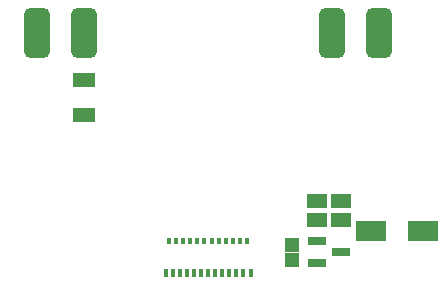
<source format=gts>
G04*
G04 #@! TF.GenerationSoftware,Altium Limited,Altium Designer,24.3.1 (35)*
G04*
G04 Layer_Color=8388736*
%FSLAX25Y25*%
%MOIN*%
G70*
G04*
G04 #@! TF.SameCoordinates,05016666-B24C-4A64-9E70-BB7523662D9D*
G04*
G04*
G04 #@! TF.FilePolarity,Negative*
G04*
G01*
G75*
%ADD22R,0.01706X0.02532*%
%ADD23R,0.01706X0.02139*%
%ADD24R,0.04737X0.05131*%
%ADD25R,0.06587X0.04816*%
%ADD26R,0.07690X0.04737*%
G04:AMPARAMS|DCode=27|XSize=86.74mil|YSize=169.42mil|CornerRadius=23.68mil|HoleSize=0mil|Usage=FLASHONLY|Rotation=0.000|XOffset=0mil|YOffset=0mil|HoleType=Round|Shape=RoundedRectangle|*
%AMROUNDEDRECTD27*
21,1,0.08674,0.12205,0,0,0.0*
21,1,0.03937,0.16942,0,0,0.0*
1,1,0.04737,0.01968,-0.06102*
1,1,0.04737,-0.01968,-0.06102*
1,1,0.04737,-0.01968,0.06102*
1,1,0.04737,0.01968,0.06102*
%
%ADD27ROUNDEDRECTD27*%
%ADD28R,0.05918X0.03162*%
%ADD29R,0.09855X0.07099*%
D22*
X70472Y2441D02*
D03*
X72835D02*
D03*
X75197D02*
D03*
X77559D02*
D03*
X79921D02*
D03*
X82284D02*
D03*
X84646D02*
D03*
X87008D02*
D03*
X89370D02*
D03*
X91732D02*
D03*
X94095D02*
D03*
X96457D02*
D03*
X98819D02*
D03*
D23*
X71653Y13307D02*
D03*
X74016D02*
D03*
X76378D02*
D03*
X78740D02*
D03*
X81102D02*
D03*
X83465D02*
D03*
X85827D02*
D03*
X88189D02*
D03*
X90551D02*
D03*
X92913D02*
D03*
X95276D02*
D03*
X97638D02*
D03*
D24*
X112500Y12059D02*
D03*
Y6941D02*
D03*
D25*
X121000Y26650D02*
D03*
Y20350D02*
D03*
X129000Y26650D02*
D03*
Y20350D02*
D03*
D26*
X43307Y66905D02*
D03*
Y55094D02*
D03*
D27*
X125984Y82677D02*
D03*
X141732D02*
D03*
X43307D02*
D03*
X27559D02*
D03*
D28*
X129134Y9500D02*
D03*
X120866Y5760D02*
D03*
Y13240D02*
D03*
D29*
X138839Y16500D02*
D03*
X156161D02*
D03*
M02*

</source>
